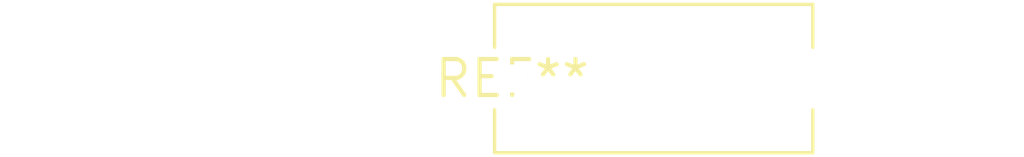
<source format=kicad_pcb>
(kicad_pcb (version 20240108) (generator pcbnew)
  (layers (0 "F.Cu" signal) (31 "B.Cu" signal) (34 "B.Paste" user) (35 "F.Paste" user) (36 "B.SilkS" user "B.Silkscreen") (37 "F.SilkS" user "F.Silkscreen") (38 "B.Mask" user) (39 "F.Mask" user) (44 "Edge.Cuts" user))
  (net 0 "")
  (footprint "C_Disc_D11.0mm_W5.0mm_P10.00mm" (layer "F.Cu") (at 0 0)
    (property "Reference" "REF**")
    (property "Value" "C_Disc_D11.0mm_W5.0mm_P10.00mm")
    (fp_line (start -0.62 -2.62) (end -0.62 -1.101) (layer "F.SilkS") (stroke (width 0.12)))
    (fp_line (start -0.62 -2.62) (end 10.62 -2.62) (layer "F.SilkS") (stroke (width 0.12)))
    (fp_line (start -0.62 1.101) (end -0.62 2.62) (layer "F.SilkS") (stroke (width 0.12)))
    (fp_line (start -0.62 2.62) (end 10.62 2.62) (layer "F.SilkS") (stroke (width 0.12)))
    (fp_line (start 10.62 -2.62) (end 10.62 -1.101) (layer "F.SilkS") (stroke (width 0.12)))
    (fp_line (start 10.62 1.101) (end 10.62 2.62) (layer "F.SilkS") (stroke (width 0.12)))
    (pad "1" thru_hole circle (at 0 0) (size 2 2) (drill 1) (layers *.Cu *.Mask) (remove_unused_layers))
    (pad "2" thru_hole circle (at 10 0) (size 2 2) (drill 1) (layers *.Cu *.Mask) (remove_unused_layers))
  )
)
</source>
